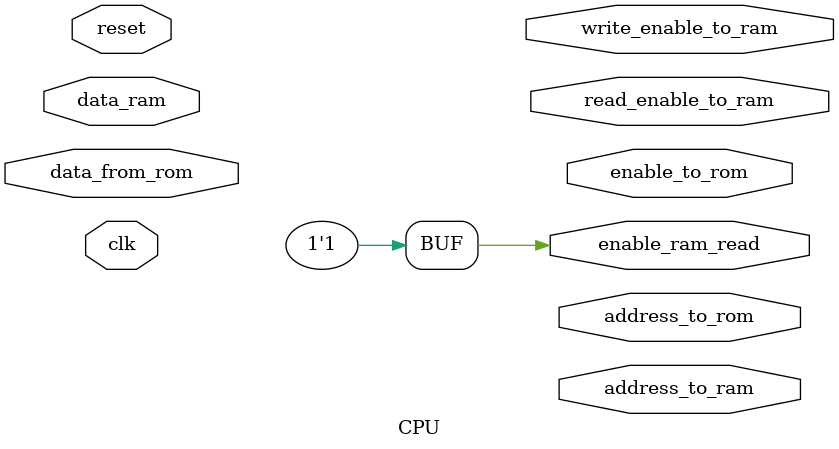
<source format=v>
`timescale 1ns / 1ps
 
module CPU( //represent the CPU
	input [15:0] data_from_rom,
	input reset,
	input clk,
	inout [15:1] data_ram,
	output [5:0] address_to_rom,
	output enable_to_rom,
	output write_enable_to_ram, //enable write
	output [5:0] address_to_ram,
	output read_enable_to_ram,
	output enable_ram_read //enable signal for ram read and UART module. This signal indicates that all
	//operations of the 'CPU' are finished.
);
	assign enable_ram_read = 1;
	
	localparam memInWidth = 6;
	localparam busSize = 16;
	localparam addressWidth = 4;
	localparam fsWidth = 3;
	
	wire [busSize-1:0] IR;
	wire [busSize-1:0] PC;
	wire [addressWidth-1:0] DA;
	wire [addressWidth-1:0] AA;
	wire [addressWidth-1:0] BA;
	wire [busSize-1:0] D;
	wire [fsWidth-1:0] FS;
	wire [memInWidth-1:0] MemIn;
	wire [busSize-1:0] Dout;
	
	cpuController controller(
		.clk(clk),
		.reset(reset),
		.D(D),
		.IR(IR),
		.PC(PC),
		.DA(DA),
		.AA(AA),
		.BA(BA),
		.FS(FS),
		.MB(MB),
		.MD(MD),
		.RW(RW),
		.MW(MW),
		.BL(BL)
	);
	
	cpuDatapath datapath(
		.clk(clk),
		.reset(reset),
		.DA(DA),
		.AA(AA),
		.BA(BA),
		.FS(FS),
		.MB(MB),
		.MD(MD), 
		.BL(BL),
		.RW(RW),
		.MemIn(MemIn),
		.PC(PC),
		.Dout(Dout),
		.MemAddr(MemAddr) 
	);

endmodule

</source>
